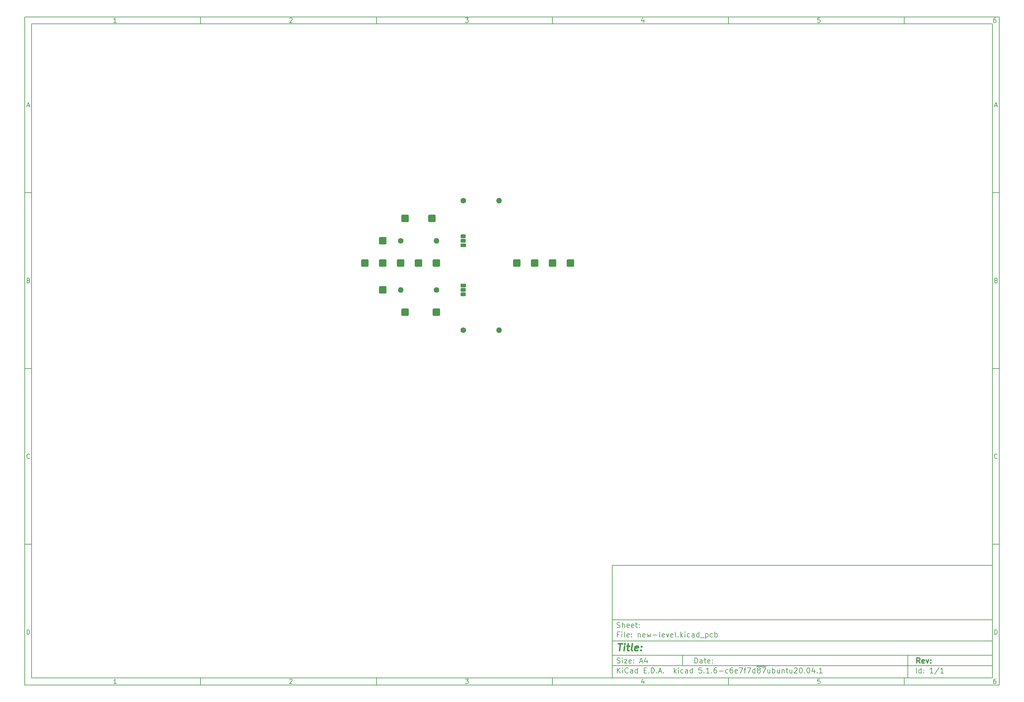
<source format=gbr>
%TF.GenerationSoftware,KiCad,Pcbnew,5.1.6-c6e7f7d~87~ubuntu20.04.1*%
%TF.CreationDate,2020-11-01T10:04:05-08:00*%
%TF.ProjectId,new-level,6e65772d-6c65-4766-956c-2e6b69636164,rev?*%
%TF.SameCoordinates,Original*%
%TF.FileFunction,Copper,L2,Bot*%
%TF.FilePolarity,Positive*%
%FSLAX46Y46*%
G04 Gerber Fmt 4.6, Leading zero omitted, Abs format (unit mm)*
G04 Created by KiCad (PCBNEW 5.1.6-c6e7f7d~87~ubuntu20.04.1) date 2020-11-01 10:04:05*
%MOMM*%
%LPD*%
G01*
G04 APERTURE LIST*
%ADD10C,0.100000*%
%ADD11C,0.150000*%
%ADD12C,0.300000*%
%ADD13C,0.400000*%
%TA.AperFunction,ComponentPad*%
%ADD14O,1.600000X1.600000*%
%TD*%
%TA.AperFunction,ComponentPad*%
%ADD15C,1.600000*%
%TD*%
%TA.AperFunction,ComponentPad*%
%ADD16R,1.500000X1.050000*%
%TD*%
G04 APERTURE END LIST*
D10*
D11*
X177002200Y-166007200D02*
X177002200Y-198007200D01*
X285002200Y-198007200D01*
X285002200Y-166007200D01*
X177002200Y-166007200D01*
D10*
D11*
X10000000Y-10000000D02*
X10000000Y-200007200D01*
X287002200Y-200007200D01*
X287002200Y-10000000D01*
X10000000Y-10000000D01*
D10*
D11*
X12000000Y-12000000D02*
X12000000Y-198007200D01*
X285002200Y-198007200D01*
X285002200Y-12000000D01*
X12000000Y-12000000D01*
D10*
D11*
X60000000Y-12000000D02*
X60000000Y-10000000D01*
D10*
D11*
X110000000Y-12000000D02*
X110000000Y-10000000D01*
D10*
D11*
X160000000Y-12000000D02*
X160000000Y-10000000D01*
D10*
D11*
X210000000Y-12000000D02*
X210000000Y-10000000D01*
D10*
D11*
X260000000Y-12000000D02*
X260000000Y-10000000D01*
D10*
D11*
X36065476Y-11588095D02*
X35322619Y-11588095D01*
X35694047Y-11588095D02*
X35694047Y-10288095D01*
X35570238Y-10473809D01*
X35446428Y-10597619D01*
X35322619Y-10659523D01*
D10*
D11*
X85322619Y-10411904D02*
X85384523Y-10350000D01*
X85508333Y-10288095D01*
X85817857Y-10288095D01*
X85941666Y-10350000D01*
X86003571Y-10411904D01*
X86065476Y-10535714D01*
X86065476Y-10659523D01*
X86003571Y-10845238D01*
X85260714Y-11588095D01*
X86065476Y-11588095D01*
D10*
D11*
X135260714Y-10288095D02*
X136065476Y-10288095D01*
X135632142Y-10783333D01*
X135817857Y-10783333D01*
X135941666Y-10845238D01*
X136003571Y-10907142D01*
X136065476Y-11030952D01*
X136065476Y-11340476D01*
X136003571Y-11464285D01*
X135941666Y-11526190D01*
X135817857Y-11588095D01*
X135446428Y-11588095D01*
X135322619Y-11526190D01*
X135260714Y-11464285D01*
D10*
D11*
X185941666Y-10721428D02*
X185941666Y-11588095D01*
X185632142Y-10226190D02*
X185322619Y-11154761D01*
X186127380Y-11154761D01*
D10*
D11*
X236003571Y-10288095D02*
X235384523Y-10288095D01*
X235322619Y-10907142D01*
X235384523Y-10845238D01*
X235508333Y-10783333D01*
X235817857Y-10783333D01*
X235941666Y-10845238D01*
X236003571Y-10907142D01*
X236065476Y-11030952D01*
X236065476Y-11340476D01*
X236003571Y-11464285D01*
X235941666Y-11526190D01*
X235817857Y-11588095D01*
X235508333Y-11588095D01*
X235384523Y-11526190D01*
X235322619Y-11464285D01*
D10*
D11*
X285941666Y-10288095D02*
X285694047Y-10288095D01*
X285570238Y-10350000D01*
X285508333Y-10411904D01*
X285384523Y-10597619D01*
X285322619Y-10845238D01*
X285322619Y-11340476D01*
X285384523Y-11464285D01*
X285446428Y-11526190D01*
X285570238Y-11588095D01*
X285817857Y-11588095D01*
X285941666Y-11526190D01*
X286003571Y-11464285D01*
X286065476Y-11340476D01*
X286065476Y-11030952D01*
X286003571Y-10907142D01*
X285941666Y-10845238D01*
X285817857Y-10783333D01*
X285570238Y-10783333D01*
X285446428Y-10845238D01*
X285384523Y-10907142D01*
X285322619Y-11030952D01*
D10*
D11*
X60000000Y-198007200D02*
X60000000Y-200007200D01*
D10*
D11*
X110000000Y-198007200D02*
X110000000Y-200007200D01*
D10*
D11*
X160000000Y-198007200D02*
X160000000Y-200007200D01*
D10*
D11*
X210000000Y-198007200D02*
X210000000Y-200007200D01*
D10*
D11*
X260000000Y-198007200D02*
X260000000Y-200007200D01*
D10*
D11*
X36065476Y-199595295D02*
X35322619Y-199595295D01*
X35694047Y-199595295D02*
X35694047Y-198295295D01*
X35570238Y-198481009D01*
X35446428Y-198604819D01*
X35322619Y-198666723D01*
D10*
D11*
X85322619Y-198419104D02*
X85384523Y-198357200D01*
X85508333Y-198295295D01*
X85817857Y-198295295D01*
X85941666Y-198357200D01*
X86003571Y-198419104D01*
X86065476Y-198542914D01*
X86065476Y-198666723D01*
X86003571Y-198852438D01*
X85260714Y-199595295D01*
X86065476Y-199595295D01*
D10*
D11*
X135260714Y-198295295D02*
X136065476Y-198295295D01*
X135632142Y-198790533D01*
X135817857Y-198790533D01*
X135941666Y-198852438D01*
X136003571Y-198914342D01*
X136065476Y-199038152D01*
X136065476Y-199347676D01*
X136003571Y-199471485D01*
X135941666Y-199533390D01*
X135817857Y-199595295D01*
X135446428Y-199595295D01*
X135322619Y-199533390D01*
X135260714Y-199471485D01*
D10*
D11*
X185941666Y-198728628D02*
X185941666Y-199595295D01*
X185632142Y-198233390D02*
X185322619Y-199161961D01*
X186127380Y-199161961D01*
D10*
D11*
X236003571Y-198295295D02*
X235384523Y-198295295D01*
X235322619Y-198914342D01*
X235384523Y-198852438D01*
X235508333Y-198790533D01*
X235817857Y-198790533D01*
X235941666Y-198852438D01*
X236003571Y-198914342D01*
X236065476Y-199038152D01*
X236065476Y-199347676D01*
X236003571Y-199471485D01*
X235941666Y-199533390D01*
X235817857Y-199595295D01*
X235508333Y-199595295D01*
X235384523Y-199533390D01*
X235322619Y-199471485D01*
D10*
D11*
X285941666Y-198295295D02*
X285694047Y-198295295D01*
X285570238Y-198357200D01*
X285508333Y-198419104D01*
X285384523Y-198604819D01*
X285322619Y-198852438D01*
X285322619Y-199347676D01*
X285384523Y-199471485D01*
X285446428Y-199533390D01*
X285570238Y-199595295D01*
X285817857Y-199595295D01*
X285941666Y-199533390D01*
X286003571Y-199471485D01*
X286065476Y-199347676D01*
X286065476Y-199038152D01*
X286003571Y-198914342D01*
X285941666Y-198852438D01*
X285817857Y-198790533D01*
X285570238Y-198790533D01*
X285446428Y-198852438D01*
X285384523Y-198914342D01*
X285322619Y-199038152D01*
D10*
D11*
X10000000Y-60000000D02*
X12000000Y-60000000D01*
D10*
D11*
X10000000Y-110000000D02*
X12000000Y-110000000D01*
D10*
D11*
X10000000Y-160000000D02*
X12000000Y-160000000D01*
D10*
D11*
X10690476Y-35216666D02*
X11309523Y-35216666D01*
X10566666Y-35588095D02*
X11000000Y-34288095D01*
X11433333Y-35588095D01*
D10*
D11*
X11092857Y-84907142D02*
X11278571Y-84969047D01*
X11340476Y-85030952D01*
X11402380Y-85154761D01*
X11402380Y-85340476D01*
X11340476Y-85464285D01*
X11278571Y-85526190D01*
X11154761Y-85588095D01*
X10659523Y-85588095D01*
X10659523Y-84288095D01*
X11092857Y-84288095D01*
X11216666Y-84350000D01*
X11278571Y-84411904D01*
X11340476Y-84535714D01*
X11340476Y-84659523D01*
X11278571Y-84783333D01*
X11216666Y-84845238D01*
X11092857Y-84907142D01*
X10659523Y-84907142D01*
D10*
D11*
X11402380Y-135464285D02*
X11340476Y-135526190D01*
X11154761Y-135588095D01*
X11030952Y-135588095D01*
X10845238Y-135526190D01*
X10721428Y-135402380D01*
X10659523Y-135278571D01*
X10597619Y-135030952D01*
X10597619Y-134845238D01*
X10659523Y-134597619D01*
X10721428Y-134473809D01*
X10845238Y-134350000D01*
X11030952Y-134288095D01*
X11154761Y-134288095D01*
X11340476Y-134350000D01*
X11402380Y-134411904D01*
D10*
D11*
X10659523Y-185588095D02*
X10659523Y-184288095D01*
X10969047Y-184288095D01*
X11154761Y-184350000D01*
X11278571Y-184473809D01*
X11340476Y-184597619D01*
X11402380Y-184845238D01*
X11402380Y-185030952D01*
X11340476Y-185278571D01*
X11278571Y-185402380D01*
X11154761Y-185526190D01*
X10969047Y-185588095D01*
X10659523Y-185588095D01*
D10*
D11*
X287002200Y-60000000D02*
X285002200Y-60000000D01*
D10*
D11*
X287002200Y-110000000D02*
X285002200Y-110000000D01*
D10*
D11*
X287002200Y-160000000D02*
X285002200Y-160000000D01*
D10*
D11*
X285692676Y-35216666D02*
X286311723Y-35216666D01*
X285568866Y-35588095D02*
X286002200Y-34288095D01*
X286435533Y-35588095D01*
D10*
D11*
X286095057Y-84907142D02*
X286280771Y-84969047D01*
X286342676Y-85030952D01*
X286404580Y-85154761D01*
X286404580Y-85340476D01*
X286342676Y-85464285D01*
X286280771Y-85526190D01*
X286156961Y-85588095D01*
X285661723Y-85588095D01*
X285661723Y-84288095D01*
X286095057Y-84288095D01*
X286218866Y-84350000D01*
X286280771Y-84411904D01*
X286342676Y-84535714D01*
X286342676Y-84659523D01*
X286280771Y-84783333D01*
X286218866Y-84845238D01*
X286095057Y-84907142D01*
X285661723Y-84907142D01*
D10*
D11*
X286404580Y-135464285D02*
X286342676Y-135526190D01*
X286156961Y-135588095D01*
X286033152Y-135588095D01*
X285847438Y-135526190D01*
X285723628Y-135402380D01*
X285661723Y-135278571D01*
X285599819Y-135030952D01*
X285599819Y-134845238D01*
X285661723Y-134597619D01*
X285723628Y-134473809D01*
X285847438Y-134350000D01*
X286033152Y-134288095D01*
X286156961Y-134288095D01*
X286342676Y-134350000D01*
X286404580Y-134411904D01*
D10*
D11*
X285661723Y-185588095D02*
X285661723Y-184288095D01*
X285971247Y-184288095D01*
X286156961Y-184350000D01*
X286280771Y-184473809D01*
X286342676Y-184597619D01*
X286404580Y-184845238D01*
X286404580Y-185030952D01*
X286342676Y-185278571D01*
X286280771Y-185402380D01*
X286156961Y-185526190D01*
X285971247Y-185588095D01*
X285661723Y-185588095D01*
D10*
D11*
X200434342Y-193785771D02*
X200434342Y-192285771D01*
X200791485Y-192285771D01*
X201005771Y-192357200D01*
X201148628Y-192500057D01*
X201220057Y-192642914D01*
X201291485Y-192928628D01*
X201291485Y-193142914D01*
X201220057Y-193428628D01*
X201148628Y-193571485D01*
X201005771Y-193714342D01*
X200791485Y-193785771D01*
X200434342Y-193785771D01*
X202577200Y-193785771D02*
X202577200Y-193000057D01*
X202505771Y-192857200D01*
X202362914Y-192785771D01*
X202077200Y-192785771D01*
X201934342Y-192857200D01*
X202577200Y-193714342D02*
X202434342Y-193785771D01*
X202077200Y-193785771D01*
X201934342Y-193714342D01*
X201862914Y-193571485D01*
X201862914Y-193428628D01*
X201934342Y-193285771D01*
X202077200Y-193214342D01*
X202434342Y-193214342D01*
X202577200Y-193142914D01*
X203077200Y-192785771D02*
X203648628Y-192785771D01*
X203291485Y-192285771D02*
X203291485Y-193571485D01*
X203362914Y-193714342D01*
X203505771Y-193785771D01*
X203648628Y-193785771D01*
X204720057Y-193714342D02*
X204577200Y-193785771D01*
X204291485Y-193785771D01*
X204148628Y-193714342D01*
X204077200Y-193571485D01*
X204077200Y-193000057D01*
X204148628Y-192857200D01*
X204291485Y-192785771D01*
X204577200Y-192785771D01*
X204720057Y-192857200D01*
X204791485Y-193000057D01*
X204791485Y-193142914D01*
X204077200Y-193285771D01*
X205434342Y-193642914D02*
X205505771Y-193714342D01*
X205434342Y-193785771D01*
X205362914Y-193714342D01*
X205434342Y-193642914D01*
X205434342Y-193785771D01*
X205434342Y-192857200D02*
X205505771Y-192928628D01*
X205434342Y-193000057D01*
X205362914Y-192928628D01*
X205434342Y-192857200D01*
X205434342Y-193000057D01*
D10*
D11*
X177002200Y-194507200D02*
X285002200Y-194507200D01*
D10*
D11*
X178434342Y-196585771D02*
X178434342Y-195085771D01*
X179291485Y-196585771D02*
X178648628Y-195728628D01*
X179291485Y-195085771D02*
X178434342Y-195942914D01*
X179934342Y-196585771D02*
X179934342Y-195585771D01*
X179934342Y-195085771D02*
X179862914Y-195157200D01*
X179934342Y-195228628D01*
X180005771Y-195157200D01*
X179934342Y-195085771D01*
X179934342Y-195228628D01*
X181505771Y-196442914D02*
X181434342Y-196514342D01*
X181220057Y-196585771D01*
X181077200Y-196585771D01*
X180862914Y-196514342D01*
X180720057Y-196371485D01*
X180648628Y-196228628D01*
X180577200Y-195942914D01*
X180577200Y-195728628D01*
X180648628Y-195442914D01*
X180720057Y-195300057D01*
X180862914Y-195157200D01*
X181077200Y-195085771D01*
X181220057Y-195085771D01*
X181434342Y-195157200D01*
X181505771Y-195228628D01*
X182791485Y-196585771D02*
X182791485Y-195800057D01*
X182720057Y-195657200D01*
X182577200Y-195585771D01*
X182291485Y-195585771D01*
X182148628Y-195657200D01*
X182791485Y-196514342D02*
X182648628Y-196585771D01*
X182291485Y-196585771D01*
X182148628Y-196514342D01*
X182077200Y-196371485D01*
X182077200Y-196228628D01*
X182148628Y-196085771D01*
X182291485Y-196014342D01*
X182648628Y-196014342D01*
X182791485Y-195942914D01*
X184148628Y-196585771D02*
X184148628Y-195085771D01*
X184148628Y-196514342D02*
X184005771Y-196585771D01*
X183720057Y-196585771D01*
X183577200Y-196514342D01*
X183505771Y-196442914D01*
X183434342Y-196300057D01*
X183434342Y-195871485D01*
X183505771Y-195728628D01*
X183577200Y-195657200D01*
X183720057Y-195585771D01*
X184005771Y-195585771D01*
X184148628Y-195657200D01*
X186005771Y-195800057D02*
X186505771Y-195800057D01*
X186720057Y-196585771D02*
X186005771Y-196585771D01*
X186005771Y-195085771D01*
X186720057Y-195085771D01*
X187362914Y-196442914D02*
X187434342Y-196514342D01*
X187362914Y-196585771D01*
X187291485Y-196514342D01*
X187362914Y-196442914D01*
X187362914Y-196585771D01*
X188077200Y-196585771D02*
X188077200Y-195085771D01*
X188434342Y-195085771D01*
X188648628Y-195157200D01*
X188791485Y-195300057D01*
X188862914Y-195442914D01*
X188934342Y-195728628D01*
X188934342Y-195942914D01*
X188862914Y-196228628D01*
X188791485Y-196371485D01*
X188648628Y-196514342D01*
X188434342Y-196585771D01*
X188077200Y-196585771D01*
X189577200Y-196442914D02*
X189648628Y-196514342D01*
X189577200Y-196585771D01*
X189505771Y-196514342D01*
X189577200Y-196442914D01*
X189577200Y-196585771D01*
X190220057Y-196157200D02*
X190934342Y-196157200D01*
X190077200Y-196585771D02*
X190577200Y-195085771D01*
X191077200Y-196585771D01*
X191577200Y-196442914D02*
X191648628Y-196514342D01*
X191577200Y-196585771D01*
X191505771Y-196514342D01*
X191577200Y-196442914D01*
X191577200Y-196585771D01*
X194577200Y-196585771D02*
X194577200Y-195085771D01*
X194720057Y-196014342D02*
X195148628Y-196585771D01*
X195148628Y-195585771D02*
X194577200Y-196157200D01*
X195791485Y-196585771D02*
X195791485Y-195585771D01*
X195791485Y-195085771D02*
X195720057Y-195157200D01*
X195791485Y-195228628D01*
X195862914Y-195157200D01*
X195791485Y-195085771D01*
X195791485Y-195228628D01*
X197148628Y-196514342D02*
X197005771Y-196585771D01*
X196720057Y-196585771D01*
X196577200Y-196514342D01*
X196505771Y-196442914D01*
X196434342Y-196300057D01*
X196434342Y-195871485D01*
X196505771Y-195728628D01*
X196577200Y-195657200D01*
X196720057Y-195585771D01*
X197005771Y-195585771D01*
X197148628Y-195657200D01*
X198434342Y-196585771D02*
X198434342Y-195800057D01*
X198362914Y-195657200D01*
X198220057Y-195585771D01*
X197934342Y-195585771D01*
X197791485Y-195657200D01*
X198434342Y-196514342D02*
X198291485Y-196585771D01*
X197934342Y-196585771D01*
X197791485Y-196514342D01*
X197720057Y-196371485D01*
X197720057Y-196228628D01*
X197791485Y-196085771D01*
X197934342Y-196014342D01*
X198291485Y-196014342D01*
X198434342Y-195942914D01*
X199791485Y-196585771D02*
X199791485Y-195085771D01*
X199791485Y-196514342D02*
X199648628Y-196585771D01*
X199362914Y-196585771D01*
X199220057Y-196514342D01*
X199148628Y-196442914D01*
X199077200Y-196300057D01*
X199077200Y-195871485D01*
X199148628Y-195728628D01*
X199220057Y-195657200D01*
X199362914Y-195585771D01*
X199648628Y-195585771D01*
X199791485Y-195657200D01*
X202362914Y-195085771D02*
X201648628Y-195085771D01*
X201577200Y-195800057D01*
X201648628Y-195728628D01*
X201791485Y-195657200D01*
X202148628Y-195657200D01*
X202291485Y-195728628D01*
X202362914Y-195800057D01*
X202434342Y-195942914D01*
X202434342Y-196300057D01*
X202362914Y-196442914D01*
X202291485Y-196514342D01*
X202148628Y-196585771D01*
X201791485Y-196585771D01*
X201648628Y-196514342D01*
X201577200Y-196442914D01*
X203077200Y-196442914D02*
X203148628Y-196514342D01*
X203077200Y-196585771D01*
X203005771Y-196514342D01*
X203077200Y-196442914D01*
X203077200Y-196585771D01*
X204577200Y-196585771D02*
X203720057Y-196585771D01*
X204148628Y-196585771D02*
X204148628Y-195085771D01*
X204005771Y-195300057D01*
X203862914Y-195442914D01*
X203720057Y-195514342D01*
X205220057Y-196442914D02*
X205291485Y-196514342D01*
X205220057Y-196585771D01*
X205148628Y-196514342D01*
X205220057Y-196442914D01*
X205220057Y-196585771D01*
X206577200Y-195085771D02*
X206291485Y-195085771D01*
X206148628Y-195157200D01*
X206077200Y-195228628D01*
X205934342Y-195442914D01*
X205862914Y-195728628D01*
X205862914Y-196300057D01*
X205934342Y-196442914D01*
X206005771Y-196514342D01*
X206148628Y-196585771D01*
X206434342Y-196585771D01*
X206577200Y-196514342D01*
X206648628Y-196442914D01*
X206720057Y-196300057D01*
X206720057Y-195942914D01*
X206648628Y-195800057D01*
X206577200Y-195728628D01*
X206434342Y-195657200D01*
X206148628Y-195657200D01*
X206005771Y-195728628D01*
X205934342Y-195800057D01*
X205862914Y-195942914D01*
X207362914Y-196014342D02*
X208505771Y-196014342D01*
X209862914Y-196514342D02*
X209720057Y-196585771D01*
X209434342Y-196585771D01*
X209291485Y-196514342D01*
X209220057Y-196442914D01*
X209148628Y-196300057D01*
X209148628Y-195871485D01*
X209220057Y-195728628D01*
X209291485Y-195657200D01*
X209434342Y-195585771D01*
X209720057Y-195585771D01*
X209862914Y-195657200D01*
X211148628Y-195085771D02*
X210862914Y-195085771D01*
X210720057Y-195157200D01*
X210648628Y-195228628D01*
X210505771Y-195442914D01*
X210434342Y-195728628D01*
X210434342Y-196300057D01*
X210505771Y-196442914D01*
X210577200Y-196514342D01*
X210720057Y-196585771D01*
X211005771Y-196585771D01*
X211148628Y-196514342D01*
X211220057Y-196442914D01*
X211291485Y-196300057D01*
X211291485Y-195942914D01*
X211220057Y-195800057D01*
X211148628Y-195728628D01*
X211005771Y-195657200D01*
X210720057Y-195657200D01*
X210577200Y-195728628D01*
X210505771Y-195800057D01*
X210434342Y-195942914D01*
X212505771Y-196514342D02*
X212362914Y-196585771D01*
X212077200Y-196585771D01*
X211934342Y-196514342D01*
X211862914Y-196371485D01*
X211862914Y-195800057D01*
X211934342Y-195657200D01*
X212077200Y-195585771D01*
X212362914Y-195585771D01*
X212505771Y-195657200D01*
X212577200Y-195800057D01*
X212577200Y-195942914D01*
X211862914Y-196085771D01*
X213077200Y-195085771D02*
X214077200Y-195085771D01*
X213434342Y-196585771D01*
X214434342Y-195585771D02*
X215005771Y-195585771D01*
X214648628Y-196585771D02*
X214648628Y-195300057D01*
X214720057Y-195157200D01*
X214862914Y-195085771D01*
X215005771Y-195085771D01*
X215362914Y-195085771D02*
X216362914Y-195085771D01*
X215720057Y-196585771D01*
X217577200Y-196585771D02*
X217577200Y-195085771D01*
X217577200Y-196514342D02*
X217434342Y-196585771D01*
X217148628Y-196585771D01*
X217005771Y-196514342D01*
X216934342Y-196442914D01*
X216862914Y-196300057D01*
X216862914Y-195871485D01*
X216934342Y-195728628D01*
X217005771Y-195657200D01*
X217148628Y-195585771D01*
X217434342Y-195585771D01*
X217577200Y-195657200D01*
X217934342Y-194677200D02*
X219362914Y-194677200D01*
X218505771Y-195728628D02*
X218362914Y-195657200D01*
X218291485Y-195585771D01*
X218220057Y-195442914D01*
X218220057Y-195371485D01*
X218291485Y-195228628D01*
X218362914Y-195157200D01*
X218505771Y-195085771D01*
X218791485Y-195085771D01*
X218934342Y-195157200D01*
X219005771Y-195228628D01*
X219077200Y-195371485D01*
X219077200Y-195442914D01*
X219005771Y-195585771D01*
X218934342Y-195657200D01*
X218791485Y-195728628D01*
X218505771Y-195728628D01*
X218362914Y-195800057D01*
X218291485Y-195871485D01*
X218220057Y-196014342D01*
X218220057Y-196300057D01*
X218291485Y-196442914D01*
X218362914Y-196514342D01*
X218505771Y-196585771D01*
X218791485Y-196585771D01*
X218934342Y-196514342D01*
X219005771Y-196442914D01*
X219077200Y-196300057D01*
X219077200Y-196014342D01*
X219005771Y-195871485D01*
X218934342Y-195800057D01*
X218791485Y-195728628D01*
X219362914Y-194677200D02*
X220791485Y-194677200D01*
X219577200Y-195085771D02*
X220577200Y-195085771D01*
X219934342Y-196585771D01*
X221791485Y-195585771D02*
X221791485Y-196585771D01*
X221148628Y-195585771D02*
X221148628Y-196371485D01*
X221220057Y-196514342D01*
X221362914Y-196585771D01*
X221577200Y-196585771D01*
X221720057Y-196514342D01*
X221791485Y-196442914D01*
X222505771Y-196585771D02*
X222505771Y-195085771D01*
X222505771Y-195657200D02*
X222648628Y-195585771D01*
X222934342Y-195585771D01*
X223077200Y-195657200D01*
X223148628Y-195728628D01*
X223220057Y-195871485D01*
X223220057Y-196300057D01*
X223148628Y-196442914D01*
X223077200Y-196514342D01*
X222934342Y-196585771D01*
X222648628Y-196585771D01*
X222505771Y-196514342D01*
X224505771Y-195585771D02*
X224505771Y-196585771D01*
X223862914Y-195585771D02*
X223862914Y-196371485D01*
X223934342Y-196514342D01*
X224077200Y-196585771D01*
X224291485Y-196585771D01*
X224434342Y-196514342D01*
X224505771Y-196442914D01*
X225220057Y-195585771D02*
X225220057Y-196585771D01*
X225220057Y-195728628D02*
X225291485Y-195657200D01*
X225434342Y-195585771D01*
X225648628Y-195585771D01*
X225791485Y-195657200D01*
X225862914Y-195800057D01*
X225862914Y-196585771D01*
X226362914Y-195585771D02*
X226934342Y-195585771D01*
X226577200Y-195085771D02*
X226577200Y-196371485D01*
X226648628Y-196514342D01*
X226791485Y-196585771D01*
X226934342Y-196585771D01*
X228077200Y-195585771D02*
X228077200Y-196585771D01*
X227434342Y-195585771D02*
X227434342Y-196371485D01*
X227505771Y-196514342D01*
X227648628Y-196585771D01*
X227862914Y-196585771D01*
X228005771Y-196514342D01*
X228077200Y-196442914D01*
X228720057Y-195228628D02*
X228791485Y-195157200D01*
X228934342Y-195085771D01*
X229291485Y-195085771D01*
X229434342Y-195157200D01*
X229505771Y-195228628D01*
X229577200Y-195371485D01*
X229577200Y-195514342D01*
X229505771Y-195728628D01*
X228648628Y-196585771D01*
X229577200Y-196585771D01*
X230505771Y-195085771D02*
X230648628Y-195085771D01*
X230791485Y-195157200D01*
X230862914Y-195228628D01*
X230934342Y-195371485D01*
X231005771Y-195657200D01*
X231005771Y-196014342D01*
X230934342Y-196300057D01*
X230862914Y-196442914D01*
X230791485Y-196514342D01*
X230648628Y-196585771D01*
X230505771Y-196585771D01*
X230362914Y-196514342D01*
X230291485Y-196442914D01*
X230220057Y-196300057D01*
X230148628Y-196014342D01*
X230148628Y-195657200D01*
X230220057Y-195371485D01*
X230291485Y-195228628D01*
X230362914Y-195157200D01*
X230505771Y-195085771D01*
X231648628Y-196442914D02*
X231720057Y-196514342D01*
X231648628Y-196585771D01*
X231577200Y-196514342D01*
X231648628Y-196442914D01*
X231648628Y-196585771D01*
X232648628Y-195085771D02*
X232791485Y-195085771D01*
X232934342Y-195157200D01*
X233005771Y-195228628D01*
X233077200Y-195371485D01*
X233148628Y-195657200D01*
X233148628Y-196014342D01*
X233077200Y-196300057D01*
X233005771Y-196442914D01*
X232934342Y-196514342D01*
X232791485Y-196585771D01*
X232648628Y-196585771D01*
X232505771Y-196514342D01*
X232434342Y-196442914D01*
X232362914Y-196300057D01*
X232291485Y-196014342D01*
X232291485Y-195657200D01*
X232362914Y-195371485D01*
X232434342Y-195228628D01*
X232505771Y-195157200D01*
X232648628Y-195085771D01*
X234434342Y-195585771D02*
X234434342Y-196585771D01*
X234077200Y-195014342D02*
X233720057Y-196085771D01*
X234648628Y-196085771D01*
X235220057Y-196442914D02*
X235291485Y-196514342D01*
X235220057Y-196585771D01*
X235148628Y-196514342D01*
X235220057Y-196442914D01*
X235220057Y-196585771D01*
X236720057Y-196585771D02*
X235862914Y-196585771D01*
X236291485Y-196585771D02*
X236291485Y-195085771D01*
X236148628Y-195300057D01*
X236005771Y-195442914D01*
X235862914Y-195514342D01*
D10*
D11*
X177002200Y-191507200D02*
X285002200Y-191507200D01*
D10*
D12*
X264411485Y-193785771D02*
X263911485Y-193071485D01*
X263554342Y-193785771D02*
X263554342Y-192285771D01*
X264125771Y-192285771D01*
X264268628Y-192357200D01*
X264340057Y-192428628D01*
X264411485Y-192571485D01*
X264411485Y-192785771D01*
X264340057Y-192928628D01*
X264268628Y-193000057D01*
X264125771Y-193071485D01*
X263554342Y-193071485D01*
X265625771Y-193714342D02*
X265482914Y-193785771D01*
X265197200Y-193785771D01*
X265054342Y-193714342D01*
X264982914Y-193571485D01*
X264982914Y-193000057D01*
X265054342Y-192857200D01*
X265197200Y-192785771D01*
X265482914Y-192785771D01*
X265625771Y-192857200D01*
X265697200Y-193000057D01*
X265697200Y-193142914D01*
X264982914Y-193285771D01*
X266197200Y-192785771D02*
X266554342Y-193785771D01*
X266911485Y-192785771D01*
X267482914Y-193642914D02*
X267554342Y-193714342D01*
X267482914Y-193785771D01*
X267411485Y-193714342D01*
X267482914Y-193642914D01*
X267482914Y-193785771D01*
X267482914Y-192857200D02*
X267554342Y-192928628D01*
X267482914Y-193000057D01*
X267411485Y-192928628D01*
X267482914Y-192857200D01*
X267482914Y-193000057D01*
D10*
D11*
X178362914Y-193714342D02*
X178577200Y-193785771D01*
X178934342Y-193785771D01*
X179077200Y-193714342D01*
X179148628Y-193642914D01*
X179220057Y-193500057D01*
X179220057Y-193357200D01*
X179148628Y-193214342D01*
X179077200Y-193142914D01*
X178934342Y-193071485D01*
X178648628Y-193000057D01*
X178505771Y-192928628D01*
X178434342Y-192857200D01*
X178362914Y-192714342D01*
X178362914Y-192571485D01*
X178434342Y-192428628D01*
X178505771Y-192357200D01*
X178648628Y-192285771D01*
X179005771Y-192285771D01*
X179220057Y-192357200D01*
X179862914Y-193785771D02*
X179862914Y-192785771D01*
X179862914Y-192285771D02*
X179791485Y-192357200D01*
X179862914Y-192428628D01*
X179934342Y-192357200D01*
X179862914Y-192285771D01*
X179862914Y-192428628D01*
X180434342Y-192785771D02*
X181220057Y-192785771D01*
X180434342Y-193785771D01*
X181220057Y-193785771D01*
X182362914Y-193714342D02*
X182220057Y-193785771D01*
X181934342Y-193785771D01*
X181791485Y-193714342D01*
X181720057Y-193571485D01*
X181720057Y-193000057D01*
X181791485Y-192857200D01*
X181934342Y-192785771D01*
X182220057Y-192785771D01*
X182362914Y-192857200D01*
X182434342Y-193000057D01*
X182434342Y-193142914D01*
X181720057Y-193285771D01*
X183077200Y-193642914D02*
X183148628Y-193714342D01*
X183077200Y-193785771D01*
X183005771Y-193714342D01*
X183077200Y-193642914D01*
X183077200Y-193785771D01*
X183077200Y-192857200D02*
X183148628Y-192928628D01*
X183077200Y-193000057D01*
X183005771Y-192928628D01*
X183077200Y-192857200D01*
X183077200Y-193000057D01*
X184862914Y-193357200D02*
X185577200Y-193357200D01*
X184720057Y-193785771D02*
X185220057Y-192285771D01*
X185720057Y-193785771D01*
X186862914Y-192785771D02*
X186862914Y-193785771D01*
X186505771Y-192214342D02*
X186148628Y-193285771D01*
X187077200Y-193285771D01*
D10*
D11*
X263434342Y-196585771D02*
X263434342Y-195085771D01*
X264791485Y-196585771D02*
X264791485Y-195085771D01*
X264791485Y-196514342D02*
X264648628Y-196585771D01*
X264362914Y-196585771D01*
X264220057Y-196514342D01*
X264148628Y-196442914D01*
X264077200Y-196300057D01*
X264077200Y-195871485D01*
X264148628Y-195728628D01*
X264220057Y-195657200D01*
X264362914Y-195585771D01*
X264648628Y-195585771D01*
X264791485Y-195657200D01*
X265505771Y-196442914D02*
X265577200Y-196514342D01*
X265505771Y-196585771D01*
X265434342Y-196514342D01*
X265505771Y-196442914D01*
X265505771Y-196585771D01*
X265505771Y-195657200D02*
X265577200Y-195728628D01*
X265505771Y-195800057D01*
X265434342Y-195728628D01*
X265505771Y-195657200D01*
X265505771Y-195800057D01*
X268148628Y-196585771D02*
X267291485Y-196585771D01*
X267720057Y-196585771D02*
X267720057Y-195085771D01*
X267577200Y-195300057D01*
X267434342Y-195442914D01*
X267291485Y-195514342D01*
X269862914Y-195014342D02*
X268577200Y-196942914D01*
X271148628Y-196585771D02*
X270291485Y-196585771D01*
X270720057Y-196585771D02*
X270720057Y-195085771D01*
X270577200Y-195300057D01*
X270434342Y-195442914D01*
X270291485Y-195514342D01*
D10*
D11*
X177002200Y-187507200D02*
X285002200Y-187507200D01*
D10*
D13*
X178714580Y-188211961D02*
X179857438Y-188211961D01*
X179036009Y-190211961D02*
X179286009Y-188211961D01*
X180274104Y-190211961D02*
X180440771Y-188878628D01*
X180524104Y-188211961D02*
X180416961Y-188307200D01*
X180500295Y-188402438D01*
X180607438Y-188307200D01*
X180524104Y-188211961D01*
X180500295Y-188402438D01*
X181107438Y-188878628D02*
X181869342Y-188878628D01*
X181476485Y-188211961D02*
X181262200Y-189926247D01*
X181333628Y-190116723D01*
X181512200Y-190211961D01*
X181702676Y-190211961D01*
X182655057Y-190211961D02*
X182476485Y-190116723D01*
X182405057Y-189926247D01*
X182619342Y-188211961D01*
X184190771Y-190116723D02*
X183988390Y-190211961D01*
X183607438Y-190211961D01*
X183428866Y-190116723D01*
X183357438Y-189926247D01*
X183452676Y-189164342D01*
X183571723Y-188973866D01*
X183774104Y-188878628D01*
X184155057Y-188878628D01*
X184333628Y-188973866D01*
X184405057Y-189164342D01*
X184381247Y-189354819D01*
X183405057Y-189545295D01*
X185155057Y-190021485D02*
X185238390Y-190116723D01*
X185131247Y-190211961D01*
X185047914Y-190116723D01*
X185155057Y-190021485D01*
X185131247Y-190211961D01*
X185286009Y-188973866D02*
X185369342Y-189069104D01*
X185262200Y-189164342D01*
X185178866Y-189069104D01*
X185286009Y-188973866D01*
X185262200Y-189164342D01*
D10*
D11*
X178934342Y-185600057D02*
X178434342Y-185600057D01*
X178434342Y-186385771D02*
X178434342Y-184885771D01*
X179148628Y-184885771D01*
X179720057Y-186385771D02*
X179720057Y-185385771D01*
X179720057Y-184885771D02*
X179648628Y-184957200D01*
X179720057Y-185028628D01*
X179791485Y-184957200D01*
X179720057Y-184885771D01*
X179720057Y-185028628D01*
X180648628Y-186385771D02*
X180505771Y-186314342D01*
X180434342Y-186171485D01*
X180434342Y-184885771D01*
X181791485Y-186314342D02*
X181648628Y-186385771D01*
X181362914Y-186385771D01*
X181220057Y-186314342D01*
X181148628Y-186171485D01*
X181148628Y-185600057D01*
X181220057Y-185457200D01*
X181362914Y-185385771D01*
X181648628Y-185385771D01*
X181791485Y-185457200D01*
X181862914Y-185600057D01*
X181862914Y-185742914D01*
X181148628Y-185885771D01*
X182505771Y-186242914D02*
X182577200Y-186314342D01*
X182505771Y-186385771D01*
X182434342Y-186314342D01*
X182505771Y-186242914D01*
X182505771Y-186385771D01*
X182505771Y-185457200D02*
X182577200Y-185528628D01*
X182505771Y-185600057D01*
X182434342Y-185528628D01*
X182505771Y-185457200D01*
X182505771Y-185600057D01*
X184362914Y-185385771D02*
X184362914Y-186385771D01*
X184362914Y-185528628D02*
X184434342Y-185457200D01*
X184577200Y-185385771D01*
X184791485Y-185385771D01*
X184934342Y-185457200D01*
X185005771Y-185600057D01*
X185005771Y-186385771D01*
X186291485Y-186314342D02*
X186148628Y-186385771D01*
X185862914Y-186385771D01*
X185720057Y-186314342D01*
X185648628Y-186171485D01*
X185648628Y-185600057D01*
X185720057Y-185457200D01*
X185862914Y-185385771D01*
X186148628Y-185385771D01*
X186291485Y-185457200D01*
X186362914Y-185600057D01*
X186362914Y-185742914D01*
X185648628Y-185885771D01*
X186862914Y-185385771D02*
X187148628Y-186385771D01*
X187434342Y-185671485D01*
X187720057Y-186385771D01*
X188005771Y-185385771D01*
X188577200Y-185814342D02*
X189720057Y-185814342D01*
X190648628Y-186385771D02*
X190505771Y-186314342D01*
X190434342Y-186171485D01*
X190434342Y-184885771D01*
X191791485Y-186314342D02*
X191648628Y-186385771D01*
X191362914Y-186385771D01*
X191220057Y-186314342D01*
X191148628Y-186171485D01*
X191148628Y-185600057D01*
X191220057Y-185457200D01*
X191362914Y-185385771D01*
X191648628Y-185385771D01*
X191791485Y-185457200D01*
X191862914Y-185600057D01*
X191862914Y-185742914D01*
X191148628Y-185885771D01*
X192362914Y-185385771D02*
X192720057Y-186385771D01*
X193077200Y-185385771D01*
X194220057Y-186314342D02*
X194077200Y-186385771D01*
X193791485Y-186385771D01*
X193648628Y-186314342D01*
X193577200Y-186171485D01*
X193577200Y-185600057D01*
X193648628Y-185457200D01*
X193791485Y-185385771D01*
X194077200Y-185385771D01*
X194220057Y-185457200D01*
X194291485Y-185600057D01*
X194291485Y-185742914D01*
X193577200Y-185885771D01*
X195148628Y-186385771D02*
X195005771Y-186314342D01*
X194934342Y-186171485D01*
X194934342Y-184885771D01*
X195720057Y-186242914D02*
X195791485Y-186314342D01*
X195720057Y-186385771D01*
X195648628Y-186314342D01*
X195720057Y-186242914D01*
X195720057Y-186385771D01*
X196434342Y-186385771D02*
X196434342Y-184885771D01*
X196577200Y-185814342D02*
X197005771Y-186385771D01*
X197005771Y-185385771D02*
X196434342Y-185957200D01*
X197648628Y-186385771D02*
X197648628Y-185385771D01*
X197648628Y-184885771D02*
X197577200Y-184957200D01*
X197648628Y-185028628D01*
X197720057Y-184957200D01*
X197648628Y-184885771D01*
X197648628Y-185028628D01*
X199005771Y-186314342D02*
X198862914Y-186385771D01*
X198577200Y-186385771D01*
X198434342Y-186314342D01*
X198362914Y-186242914D01*
X198291485Y-186100057D01*
X198291485Y-185671485D01*
X198362914Y-185528628D01*
X198434342Y-185457200D01*
X198577200Y-185385771D01*
X198862914Y-185385771D01*
X199005771Y-185457200D01*
X200291485Y-186385771D02*
X200291485Y-185600057D01*
X200220057Y-185457200D01*
X200077200Y-185385771D01*
X199791485Y-185385771D01*
X199648628Y-185457200D01*
X200291485Y-186314342D02*
X200148628Y-186385771D01*
X199791485Y-186385771D01*
X199648628Y-186314342D01*
X199577200Y-186171485D01*
X199577200Y-186028628D01*
X199648628Y-185885771D01*
X199791485Y-185814342D01*
X200148628Y-185814342D01*
X200291485Y-185742914D01*
X201648628Y-186385771D02*
X201648628Y-184885771D01*
X201648628Y-186314342D02*
X201505771Y-186385771D01*
X201220057Y-186385771D01*
X201077200Y-186314342D01*
X201005771Y-186242914D01*
X200934342Y-186100057D01*
X200934342Y-185671485D01*
X201005771Y-185528628D01*
X201077200Y-185457200D01*
X201220057Y-185385771D01*
X201505771Y-185385771D01*
X201648628Y-185457200D01*
X202005771Y-186528628D02*
X203148628Y-186528628D01*
X203505771Y-185385771D02*
X203505771Y-186885771D01*
X203505771Y-185457200D02*
X203648628Y-185385771D01*
X203934342Y-185385771D01*
X204077200Y-185457200D01*
X204148628Y-185528628D01*
X204220057Y-185671485D01*
X204220057Y-186100057D01*
X204148628Y-186242914D01*
X204077200Y-186314342D01*
X203934342Y-186385771D01*
X203648628Y-186385771D01*
X203505771Y-186314342D01*
X205505771Y-186314342D02*
X205362914Y-186385771D01*
X205077200Y-186385771D01*
X204934342Y-186314342D01*
X204862914Y-186242914D01*
X204791485Y-186100057D01*
X204791485Y-185671485D01*
X204862914Y-185528628D01*
X204934342Y-185457200D01*
X205077200Y-185385771D01*
X205362914Y-185385771D01*
X205505771Y-185457200D01*
X206148628Y-186385771D02*
X206148628Y-184885771D01*
X206148628Y-185457200D02*
X206291485Y-185385771D01*
X206577200Y-185385771D01*
X206720057Y-185457200D01*
X206791485Y-185528628D01*
X206862914Y-185671485D01*
X206862914Y-186100057D01*
X206791485Y-186242914D01*
X206720057Y-186314342D01*
X206577200Y-186385771D01*
X206291485Y-186385771D01*
X206148628Y-186314342D01*
D10*
D11*
X177002200Y-181507200D02*
X285002200Y-181507200D01*
D10*
D11*
X178362914Y-183614342D02*
X178577200Y-183685771D01*
X178934342Y-183685771D01*
X179077200Y-183614342D01*
X179148628Y-183542914D01*
X179220057Y-183400057D01*
X179220057Y-183257200D01*
X179148628Y-183114342D01*
X179077200Y-183042914D01*
X178934342Y-182971485D01*
X178648628Y-182900057D01*
X178505771Y-182828628D01*
X178434342Y-182757200D01*
X178362914Y-182614342D01*
X178362914Y-182471485D01*
X178434342Y-182328628D01*
X178505771Y-182257200D01*
X178648628Y-182185771D01*
X179005771Y-182185771D01*
X179220057Y-182257200D01*
X179862914Y-183685771D02*
X179862914Y-182185771D01*
X180505771Y-183685771D02*
X180505771Y-182900057D01*
X180434342Y-182757200D01*
X180291485Y-182685771D01*
X180077200Y-182685771D01*
X179934342Y-182757200D01*
X179862914Y-182828628D01*
X181791485Y-183614342D02*
X181648628Y-183685771D01*
X181362914Y-183685771D01*
X181220057Y-183614342D01*
X181148628Y-183471485D01*
X181148628Y-182900057D01*
X181220057Y-182757200D01*
X181362914Y-182685771D01*
X181648628Y-182685771D01*
X181791485Y-182757200D01*
X181862914Y-182900057D01*
X181862914Y-183042914D01*
X181148628Y-183185771D01*
X183077200Y-183614342D02*
X182934342Y-183685771D01*
X182648628Y-183685771D01*
X182505771Y-183614342D01*
X182434342Y-183471485D01*
X182434342Y-182900057D01*
X182505771Y-182757200D01*
X182648628Y-182685771D01*
X182934342Y-182685771D01*
X183077200Y-182757200D01*
X183148628Y-182900057D01*
X183148628Y-183042914D01*
X182434342Y-183185771D01*
X183577200Y-182685771D02*
X184148628Y-182685771D01*
X183791485Y-182185771D02*
X183791485Y-183471485D01*
X183862914Y-183614342D01*
X184005771Y-183685771D01*
X184148628Y-183685771D01*
X184648628Y-183542914D02*
X184720057Y-183614342D01*
X184648628Y-183685771D01*
X184577200Y-183614342D01*
X184648628Y-183542914D01*
X184648628Y-183685771D01*
X184648628Y-182757200D02*
X184720057Y-182828628D01*
X184648628Y-182900057D01*
X184577200Y-182828628D01*
X184648628Y-182757200D01*
X184648628Y-182900057D01*
D10*
D11*
X197002200Y-191507200D02*
X197002200Y-194507200D01*
D10*
D11*
X261002200Y-191507200D02*
X261002200Y-198007200D01*
D14*
%TO.P,R4,2*%
%TO.N,+5V*%
X144780000Y-99060000D03*
D15*
%TO.P,R4,1*%
%TO.N,Net-(J2-Pad1)*%
X134620000Y-99060000D03*
%TD*%
D14*
%TO.P,R3,2*%
%TO.N,Net-(J4-Pad1)*%
X116840000Y-87630000D03*
D15*
%TO.P,R3,1*%
%TO.N,Net-(Q2-Pad2)*%
X127000000Y-87630000D03*
%TD*%
D14*
%TO.P,R2,2*%
%TO.N,+5V*%
X144780000Y-62230000D03*
D15*
%TO.P,R2,1*%
%TO.N,Net-(J3-Pad1)*%
X134620000Y-62230000D03*
%TD*%
D14*
%TO.P,R1,2*%
%TO.N,Net-(Q1-Pad2)*%
X127000000Y-73660000D03*
D15*
%TO.P,R1,1*%
%TO.N,Net-(J1-Pad1)*%
X116840000Y-73660000D03*
%TD*%
D16*
%TO.P,Q2,1*%
%TO.N,GND*%
X134620000Y-86360000D03*
%TO.P,Q2,3*%
%TO.N,Net-(J2-Pad1)*%
%TA.AperFunction,ComponentPad*%
G36*
G01*
X134132500Y-88375000D02*
X135107500Y-88375000D01*
G75*
G02*
X135370000Y-88637500I0J-262500D01*
G01*
X135370000Y-89162500D01*
G75*
G02*
X135107500Y-89425000I-262500J0D01*
G01*
X134132500Y-89425000D01*
G75*
G02*
X133870000Y-89162500I0J262500D01*
G01*
X133870000Y-88637500D01*
G75*
G02*
X134132500Y-88375000I262500J0D01*
G01*
G37*
%TD.AperFunction*%
%TO.P,Q2,2*%
%TO.N,Net-(Q2-Pad2)*%
%TA.AperFunction,ComponentPad*%
G36*
G01*
X134132500Y-87105000D02*
X135107500Y-87105000D01*
G75*
G02*
X135370000Y-87367500I0J-262500D01*
G01*
X135370000Y-87892500D01*
G75*
G02*
X135107500Y-88155000I-262500J0D01*
G01*
X134132500Y-88155000D01*
G75*
G02*
X133870000Y-87892500I0J262500D01*
G01*
X133870000Y-87367500D01*
G75*
G02*
X134132500Y-87105000I262500J0D01*
G01*
G37*
%TD.AperFunction*%
%TD*%
%TO.P,Q1,1*%
%TO.N,GND*%
X134620000Y-74930000D03*
%TO.P,Q1,3*%
%TO.N,Net-(J3-Pad1)*%
%TA.AperFunction,ComponentPad*%
G36*
G01*
X135107500Y-72915000D02*
X134132500Y-72915000D01*
G75*
G02*
X133870000Y-72652500I0J262500D01*
G01*
X133870000Y-72127500D01*
G75*
G02*
X134132500Y-71865000I262500J0D01*
G01*
X135107500Y-71865000D01*
G75*
G02*
X135370000Y-72127500I0J-262500D01*
G01*
X135370000Y-72652500D01*
G75*
G02*
X135107500Y-72915000I-262500J0D01*
G01*
G37*
%TD.AperFunction*%
%TO.P,Q1,2*%
%TO.N,Net-(Q1-Pad2)*%
%TA.AperFunction,ComponentPad*%
G36*
G01*
X135107500Y-74185000D02*
X134132500Y-74185000D01*
G75*
G02*
X133870000Y-73922500I0J262500D01*
G01*
X133870000Y-73397500D01*
G75*
G02*
X134132500Y-73135000I262500J0D01*
G01*
X135107500Y-73135000D01*
G75*
G02*
X135370000Y-73397500I0J-262500D01*
G01*
X135370000Y-73922500D01*
G75*
G02*
X135107500Y-74185000I-262500J0D01*
G01*
G37*
%TD.AperFunction*%
%TD*%
%TO.P,J15,1*%
%TO.N,+5V*%
%TA.AperFunction,ComponentPad*%
G36*
G01*
X148810000Y-80810000D02*
X148810000Y-79210000D01*
G75*
G02*
X149060000Y-78960000I250000J0D01*
G01*
X150660000Y-78960000D01*
G75*
G02*
X150910000Y-79210000I0J-250000D01*
G01*
X150910000Y-80810000D01*
G75*
G02*
X150660000Y-81060000I-250000J0D01*
G01*
X149060000Y-81060000D01*
G75*
G02*
X148810000Y-80810000I0J250000D01*
G01*
G37*
%TD.AperFunction*%
%TD*%
%TO.P,J14,1*%
%TO.N,+5V*%
%TA.AperFunction,ComponentPad*%
G36*
G01*
X158970000Y-80810000D02*
X158970000Y-79210000D01*
G75*
G02*
X159220000Y-78960000I250000J0D01*
G01*
X160820000Y-78960000D01*
G75*
G02*
X161070000Y-79210000I0J-250000D01*
G01*
X161070000Y-80810000D01*
G75*
G02*
X160820000Y-81060000I-250000J0D01*
G01*
X159220000Y-81060000D01*
G75*
G02*
X158970000Y-80810000I0J250000D01*
G01*
G37*
%TD.AperFunction*%
%TD*%
%TO.P,J13,1*%
%TO.N,+5V*%
%TA.AperFunction,ComponentPad*%
G36*
G01*
X153890000Y-80810000D02*
X153890000Y-79210000D01*
G75*
G02*
X154140000Y-78960000I250000J0D01*
G01*
X155740000Y-78960000D01*
G75*
G02*
X155990000Y-79210000I0J-250000D01*
G01*
X155990000Y-80810000D01*
G75*
G02*
X155740000Y-81060000I-250000J0D01*
G01*
X154140000Y-81060000D01*
G75*
G02*
X153890000Y-80810000I0J250000D01*
G01*
G37*
%TD.AperFunction*%
%TD*%
%TO.P,J12,1*%
%TO.N,+5V*%
%TA.AperFunction,ComponentPad*%
G36*
G01*
X164050000Y-80810000D02*
X164050000Y-79210000D01*
G75*
G02*
X164300000Y-78960000I250000J0D01*
G01*
X165900000Y-78960000D01*
G75*
G02*
X166150000Y-79210000I0J-250000D01*
G01*
X166150000Y-80810000D01*
G75*
G02*
X165900000Y-81060000I-250000J0D01*
G01*
X164300000Y-81060000D01*
G75*
G02*
X164050000Y-80810000I0J250000D01*
G01*
G37*
%TD.AperFunction*%
%TD*%
%TO.P,J11,1*%
%TO.N,GND*%
%TA.AperFunction,ComponentPad*%
G36*
G01*
X125950000Y-80810000D02*
X125950000Y-79210000D01*
G75*
G02*
X126200000Y-78960000I250000J0D01*
G01*
X127800000Y-78960000D01*
G75*
G02*
X128050000Y-79210000I0J-250000D01*
G01*
X128050000Y-80810000D01*
G75*
G02*
X127800000Y-81060000I-250000J0D01*
G01*
X126200000Y-81060000D01*
G75*
G02*
X125950000Y-80810000I0J250000D01*
G01*
G37*
%TD.AperFunction*%
%TD*%
%TO.P,J10,1*%
%TO.N,GND*%
%TA.AperFunction,ComponentPad*%
G36*
G01*
X105630000Y-80810000D02*
X105630000Y-79210000D01*
G75*
G02*
X105880000Y-78960000I250000J0D01*
G01*
X107480000Y-78960000D01*
G75*
G02*
X107730000Y-79210000I0J-250000D01*
G01*
X107730000Y-80810000D01*
G75*
G02*
X107480000Y-81060000I-250000J0D01*
G01*
X105880000Y-81060000D01*
G75*
G02*
X105630000Y-80810000I0J250000D01*
G01*
G37*
%TD.AperFunction*%
%TD*%
%TO.P,J9,1*%
%TO.N,GND*%
%TA.AperFunction,ComponentPad*%
G36*
G01*
X110710000Y-80810000D02*
X110710000Y-79210000D01*
G75*
G02*
X110960000Y-78960000I250000J0D01*
G01*
X112560000Y-78960000D01*
G75*
G02*
X112810000Y-79210000I0J-250000D01*
G01*
X112810000Y-80810000D01*
G75*
G02*
X112560000Y-81060000I-250000J0D01*
G01*
X110960000Y-81060000D01*
G75*
G02*
X110710000Y-80810000I0J250000D01*
G01*
G37*
%TD.AperFunction*%
%TD*%
%TO.P,J8,1*%
%TO.N,GND*%
%TA.AperFunction,ComponentPad*%
G36*
G01*
X115790000Y-80810000D02*
X115790000Y-79210000D01*
G75*
G02*
X116040000Y-78960000I250000J0D01*
G01*
X117640000Y-78960000D01*
G75*
G02*
X117890000Y-79210000I0J-250000D01*
G01*
X117890000Y-80810000D01*
G75*
G02*
X117640000Y-81060000I-250000J0D01*
G01*
X116040000Y-81060000D01*
G75*
G02*
X115790000Y-80810000I0J250000D01*
G01*
G37*
%TD.AperFunction*%
%TD*%
%TO.P,J7,1*%
%TO.N,GND*%
%TA.AperFunction,ComponentPad*%
G36*
G01*
X120870000Y-80810000D02*
X120870000Y-79210000D01*
G75*
G02*
X121120000Y-78960000I250000J0D01*
G01*
X122720000Y-78960000D01*
G75*
G02*
X122970000Y-79210000I0J-250000D01*
G01*
X122970000Y-80810000D01*
G75*
G02*
X122720000Y-81060000I-250000J0D01*
G01*
X121120000Y-81060000D01*
G75*
G02*
X120870000Y-80810000I0J250000D01*
G01*
G37*
%TD.AperFunction*%
%TD*%
%TO.P,J6,1*%
%TO.N,Net-(J2-Pad1)*%
%TA.AperFunction,ComponentPad*%
G36*
G01*
X117060000Y-94780000D02*
X117060000Y-93180000D01*
G75*
G02*
X117310000Y-92930000I250000J0D01*
G01*
X118910000Y-92930000D01*
G75*
G02*
X119160000Y-93180000I0J-250000D01*
G01*
X119160000Y-94780000D01*
G75*
G02*
X118910000Y-95030000I-250000J0D01*
G01*
X117310000Y-95030000D01*
G75*
G02*
X117060000Y-94780000I0J250000D01*
G01*
G37*
%TD.AperFunction*%
%TD*%
%TO.P,J5,1*%
%TO.N,Net-(J3-Pad1)*%
%TA.AperFunction,ComponentPad*%
G36*
G01*
X124680000Y-68110000D02*
X124680000Y-66510000D01*
G75*
G02*
X124930000Y-66260000I250000J0D01*
G01*
X126530000Y-66260000D01*
G75*
G02*
X126780000Y-66510000I0J-250000D01*
G01*
X126780000Y-68110000D01*
G75*
G02*
X126530000Y-68360000I-250000J0D01*
G01*
X124930000Y-68360000D01*
G75*
G02*
X124680000Y-68110000I0J250000D01*
G01*
G37*
%TD.AperFunction*%
%TD*%
%TO.P,J4,1*%
%TO.N,Net-(J4-Pad1)*%
%TA.AperFunction,ComponentPad*%
G36*
G01*
X110710000Y-88430000D02*
X110710000Y-86830000D01*
G75*
G02*
X110960000Y-86580000I250000J0D01*
G01*
X112560000Y-86580000D01*
G75*
G02*
X112810000Y-86830000I0J-250000D01*
G01*
X112810000Y-88430000D01*
G75*
G02*
X112560000Y-88680000I-250000J0D01*
G01*
X110960000Y-88680000D01*
G75*
G02*
X110710000Y-88430000I0J250000D01*
G01*
G37*
%TD.AperFunction*%
%TD*%
%TO.P,J3,1*%
%TO.N,Net-(J3-Pad1)*%
%TA.AperFunction,ComponentPad*%
G36*
G01*
X117060000Y-68110000D02*
X117060000Y-66510000D01*
G75*
G02*
X117310000Y-66260000I250000J0D01*
G01*
X118910000Y-66260000D01*
G75*
G02*
X119160000Y-66510000I0J-250000D01*
G01*
X119160000Y-68110000D01*
G75*
G02*
X118910000Y-68360000I-250000J0D01*
G01*
X117310000Y-68360000D01*
G75*
G02*
X117060000Y-68110000I0J250000D01*
G01*
G37*
%TD.AperFunction*%
%TD*%
%TO.P,J2,1*%
%TO.N,Net-(J2-Pad1)*%
%TA.AperFunction,ComponentPad*%
G36*
G01*
X125950000Y-94780000D02*
X125950000Y-93180000D01*
G75*
G02*
X126200000Y-92930000I250000J0D01*
G01*
X127800000Y-92930000D01*
G75*
G02*
X128050000Y-93180000I0J-250000D01*
G01*
X128050000Y-94780000D01*
G75*
G02*
X127800000Y-95030000I-250000J0D01*
G01*
X126200000Y-95030000D01*
G75*
G02*
X125950000Y-94780000I0J250000D01*
G01*
G37*
%TD.AperFunction*%
%TD*%
%TO.P,J1,1*%
%TO.N,Net-(J1-Pad1)*%
%TA.AperFunction,ComponentPad*%
G36*
G01*
X110710000Y-74460000D02*
X110710000Y-72860000D01*
G75*
G02*
X110960000Y-72610000I250000J0D01*
G01*
X112560000Y-72610000D01*
G75*
G02*
X112810000Y-72860000I0J-250000D01*
G01*
X112810000Y-74460000D01*
G75*
G02*
X112560000Y-74710000I-250000J0D01*
G01*
X110960000Y-74710000D01*
G75*
G02*
X110710000Y-74460000I0J250000D01*
G01*
G37*
%TD.AperFunction*%
%TD*%
M02*

</source>
